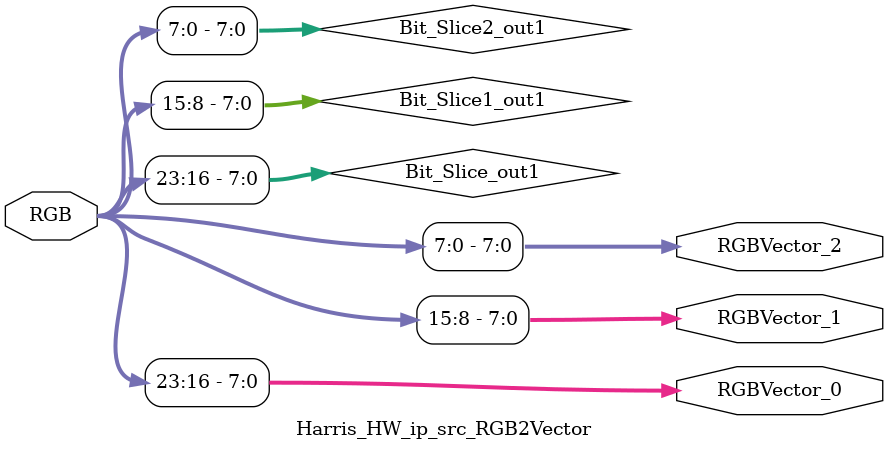
<source format=v>



`timescale 1 ns / 1 ns

module Harris_HW_ip_src_RGB2Vector
          (RGB,
           RGBVector_0,
           RGBVector_1,
           RGBVector_2);


  input   [31:0] RGB;  // uint32
  output  [7:0] RGBVector_0;  // uint8
  output  [7:0] RGBVector_1;  // uint8
  output  [7:0] RGBVector_2;  // uint8


  wire [7:0] Bit_Slice_out1;  // uint8
  wire [7:0] Bit_Slice1_out1;  // uint8
  wire [7:0] Bit_Slice2_out1;  // uint8

  // RGB represented in
  // 32'hFFRRGGBB


  assign Bit_Slice_out1 = RGB[23:16];



  assign RGBVector_0 = Bit_Slice_out1;

  assign Bit_Slice1_out1 = RGB[15:8];



  assign RGBVector_1 = Bit_Slice1_out1;

  assign Bit_Slice2_out1 = RGB[7:0];



  assign RGBVector_2 = Bit_Slice2_out1;

endmodule  // Harris_HW_ip_src_RGB2Vector


</source>
